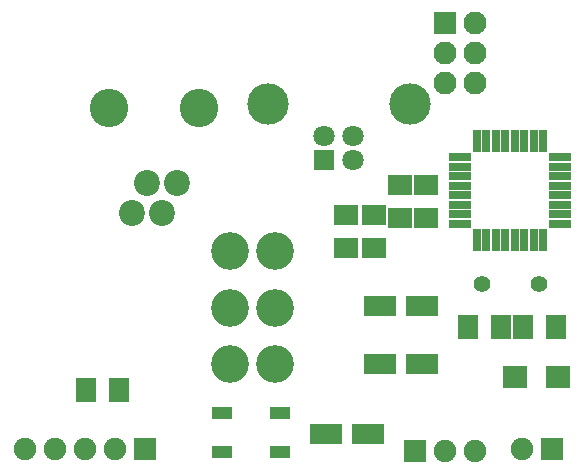
<source format=gbr>
G04 DipTrace 2.4.0.2*
%INTopMask.gbr*%
%MOIN*%
%ADD41C,0.128*%
%ADD51C,0.0559*%
%ADD53C,0.1378*%
%ADD55C,0.0709*%
%ADD57R,0.0709X0.0709*%
%ADD59R,0.0669X0.0433*%
%ADD61R,0.0276X0.0748*%
%ADD63R,0.0748X0.0276*%
%ADD65C,0.0866*%
%ADD67C,0.126*%
%ADD71C,0.0768*%
%ADD73R,0.0768X0.0768*%
%ADD77R,0.0787X0.074*%
%ADD79R,0.1102X0.0709*%
%ADD81R,0.0787X0.0709*%
%ADD83R,0.0709X0.0787*%
%ADD85C,0.0748*%
%ADD87R,0.0748X0.0748*%
%FSLAX44Y44*%
G04*
G70*
G90*
G75*
G01*
%LNTopMask*%
%LPD*%
D87*
X11375Y4875D3*
D85*
X10375D3*
X9375D3*
X8375D3*
X7375D3*
D83*
X25062Y8937D3*
X23960D3*
X22125D3*
X23227D3*
D81*
X20750Y12562D3*
Y13664D3*
D79*
X18812Y5375D3*
X17395D3*
D81*
X19875Y12562D3*
Y13664D3*
D79*
X19187Y9625D3*
X20604D3*
X19187Y7687D3*
X20604D3*
D77*
X23689Y7250D3*
X25137D3*
D81*
X18062Y11562D3*
Y12664D3*
D73*
X21375Y19062D3*
D71*
Y18062D3*
Y17062D3*
X22375D3*
Y18062D3*
Y19062D3*
D67*
X14187Y7687D3*
Y9577D3*
Y11467D3*
X15687Y11469D3*
Y9579D3*
Y7689D3*
D87*
X24939Y4875D3*
D85*
X23939D3*
D87*
X20376Y4812D3*
D85*
X21376D3*
X22376D3*
D83*
X10500Y6813D3*
X9397D3*
D81*
X19000Y11562D3*
Y12664D3*
D65*
X12424Y13717D3*
X11924Y12717D3*
X11424Y13717D3*
X10924Y12717D3*
D41*
X10174Y16216D3*
X13174D3*
D63*
X25189Y12376D3*
Y12691D3*
Y13006D3*
Y13321D3*
Y13635D3*
Y13950D3*
Y14265D3*
Y14580D3*
D61*
X24638Y15132D3*
X24323D3*
X24008D3*
X23693D3*
X23378D3*
X23063D3*
X22748D3*
X22433D3*
D63*
X21882Y14580D3*
Y14265D3*
Y13950D3*
Y13635D3*
Y13321D3*
Y13006D3*
Y12691D3*
Y12376D3*
D61*
X22433Y11824D3*
X22748D3*
X23063D3*
X23378D3*
X23693D3*
X24008D3*
X24323D3*
X24638D3*
D59*
X13937Y6062D3*
Y4763D3*
X15866D3*
Y6062D3*
D57*
X17336Y14508D3*
D55*
X18320D3*
Y15295D3*
X17336D3*
D53*
X20198Y16362D3*
X15458D3*
D51*
X24500Y10375D3*
X22600D3*
M02*

</source>
